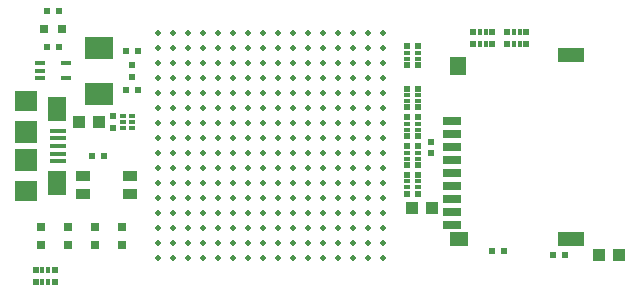
<source format=gbr>
G04 #@! TF.GenerationSoftware,KiCad,Pcbnew,(2017-08-02 revision 9760937)-master*
G04 #@! TF.CreationDate,2017-08-15T11:40:40-05:00*
G04 #@! TF.ProjectId,PocketBeagle,506F636B6574426561676C652E6B6963,rev?*
G04 #@! TF.SameCoordinates,Original*
G04 #@! TF.FileFunction,Paste,Top*
G04 #@! TF.FilePolarity,Positive*
%FSLAX46Y46*%
G04 Gerber Fmt 4.6, Leading zero omitted, Abs format (unit mm)*
G04 Created by KiCad (PCBNEW (2017-08-02 revision 9760937)-master) date Tue Aug 15 11:40:40 2017*
%MOMM*%
%LPD*%
G01*
G04 APERTURE LIST*
%ADD10R,0.797560X0.797560*%
%ADD11R,1.198880X0.899160*%
%ADD12R,1.399540X1.597660*%
%ADD13R,2.199640X1.198880*%
%ADD14R,1.597660X1.198880*%
%ADD15R,1.597660X0.698500*%
%ADD16R,0.497840X0.497840*%
%ADD17R,0.497840X0.299720*%
%ADD18R,0.299720X0.497840*%
%ADD19R,0.487680X0.299720*%
%ADD20R,0.518160X0.299720*%
%ADD21R,2.397760X1.899920*%
%ADD22R,1.348740X0.398780*%
%ADD23R,1.597660X2.098040*%
%ADD24R,1.899920X1.798320*%
%ADD25R,1.899920X1.899920*%
%ADD26R,0.899160X0.398780*%
%ADD27C,0.497840*%
%ADD28R,0.497840X0.599440*%
%ADD29R,0.599440X0.497840*%
%ADD30R,0.998220X1.099820*%
G04 APERTURE END LIST*
D10*
X125433400Y-95071600D03*
X123934800Y-95071600D03*
X123668100Y-113346900D03*
X123668100Y-111848300D03*
X125954100Y-113346900D03*
X125954100Y-111848300D03*
X128240100Y-113346900D03*
X128240100Y-111848300D03*
X130526100Y-113346900D03*
X130526100Y-111848300D03*
D11*
X131255080Y-109028900D03*
X127257120Y-109028900D03*
X131255080Y-107530300D03*
X127257120Y-107530300D03*
D12*
X158962540Y-98240120D03*
D13*
X168563740Y-97338420D03*
X168563740Y-112837500D03*
D14*
X159064140Y-112847660D03*
D15*
X158464700Y-111686880D03*
X158464700Y-110587060D03*
X158464700Y-109487240D03*
X158464700Y-108387420D03*
X158464700Y-107287600D03*
X158464700Y-106187780D03*
X158464700Y-105087960D03*
X158464700Y-103988140D03*
X158464700Y-102888320D03*
D16*
X155636540Y-96557500D03*
D17*
X155636540Y-97108680D03*
X155636540Y-97606520D03*
D16*
X155636540Y-98157700D03*
X154640860Y-98157700D03*
D17*
X154640860Y-97606520D03*
X154640860Y-97108680D03*
D16*
X154640860Y-96557500D03*
X124849200Y-116524440D03*
D18*
X124298020Y-116524440D03*
X123800180Y-116524440D03*
D16*
X123249000Y-116524440D03*
X123249000Y-115528760D03*
D18*
X123800180Y-115528760D03*
X124298020Y-115528760D03*
D16*
X124849200Y-115528760D03*
X155636540Y-105015700D03*
D17*
X155636540Y-105566880D03*
X155636540Y-106064720D03*
D16*
X155636540Y-106615900D03*
X154640860Y-106615900D03*
D17*
X154640860Y-106064720D03*
X154640860Y-105566880D03*
D16*
X154640860Y-105015700D03*
X155636540Y-102577300D03*
D17*
X155636540Y-103128480D03*
X155636540Y-103626320D03*
D16*
X155636540Y-104177500D03*
X154640860Y-104177500D03*
D17*
X154640860Y-103626320D03*
X154640860Y-103128480D03*
D16*
X154640860Y-102577300D03*
X155636540Y-100138900D03*
D17*
X155636540Y-100690080D03*
X155636540Y-101187920D03*
D16*
X155636540Y-101739100D03*
X154640860Y-101739100D03*
D17*
X154640860Y-101187920D03*
X154640860Y-100690080D03*
D16*
X154640860Y-100138900D03*
X160282200Y-95335760D03*
D18*
X160833380Y-95335760D03*
X161331220Y-95335760D03*
D16*
X161882400Y-95335760D03*
X161882400Y-96331440D03*
D18*
X161331220Y-96331440D03*
X160833380Y-96331440D03*
D16*
X160282200Y-96331440D03*
X164778000Y-96331440D03*
D18*
X164226820Y-96331440D03*
X163728980Y-96331440D03*
D16*
X163177800Y-96331440D03*
X163177800Y-95335760D03*
D18*
X163728980Y-95335760D03*
X164226820Y-95335760D03*
D16*
X164778000Y-95335760D03*
X154640860Y-109054300D03*
D17*
X154640860Y-108503120D03*
X154640860Y-108005280D03*
D16*
X154640860Y-107454100D03*
X155636540Y-107454100D03*
D17*
X155636540Y-108005280D03*
X155636540Y-108503120D03*
D16*
X155636540Y-109054300D03*
D19*
X130660720Y-103443440D03*
X130660720Y-102945600D03*
X130660720Y-102447760D03*
X131407480Y-102447760D03*
X131407480Y-102945600D03*
D20*
X131412560Y-103443440D03*
D21*
X128621100Y-96679420D03*
X128621100Y-100575780D03*
D22*
X125125720Y-103705660D03*
X125125720Y-105651300D03*
X125125720Y-106301540D03*
X125125720Y-104355900D03*
X125125720Y-105003600D03*
D23*
X124998720Y-101904800D03*
X124998720Y-108102400D03*
D24*
X122451100Y-108803440D03*
D25*
X122451100Y-106202480D03*
X122451100Y-103804720D03*
D24*
X122451100Y-101203760D03*
D26*
X125783920Y-97979900D03*
X125783920Y-99275300D03*
X123584280Y-99275300D03*
X123584280Y-98627600D03*
X123584280Y-97979900D03*
D27*
X133576640Y-95455140D03*
X134846640Y-95455140D03*
X136116640Y-95455140D03*
X137386640Y-95455140D03*
X138656640Y-95455140D03*
X139926640Y-95455140D03*
X141196640Y-95455140D03*
X142466640Y-95455140D03*
X143734100Y-95455140D03*
X145004100Y-95455140D03*
X146274100Y-95455140D03*
X147544100Y-95455140D03*
X148814100Y-95455140D03*
X150084100Y-95455140D03*
X151354100Y-95455140D03*
X152624100Y-95455140D03*
X133576640Y-96725140D03*
X134846640Y-96725140D03*
X136116640Y-96725140D03*
X137386640Y-96725140D03*
X138656640Y-96725140D03*
X139926640Y-96725140D03*
X141196640Y-96725140D03*
X142466640Y-96725140D03*
X143734100Y-96725140D03*
X145004100Y-96725140D03*
X146274100Y-96725140D03*
X147544100Y-96725140D03*
X148814100Y-96725140D03*
X150084100Y-96725140D03*
X151354100Y-96725140D03*
X152624100Y-96725140D03*
X133576640Y-97995140D03*
X134846640Y-97995140D03*
X136116640Y-97995140D03*
X137386640Y-97995140D03*
X138656640Y-97995140D03*
X139926640Y-97995140D03*
X141196640Y-97995140D03*
X142466640Y-97995140D03*
X143734100Y-97995140D03*
X145004100Y-97995140D03*
X146274100Y-97995140D03*
X147544100Y-97995140D03*
X148814100Y-97995140D03*
X150084100Y-97995140D03*
X151354100Y-97995140D03*
X152624100Y-97995140D03*
X133576640Y-99265140D03*
X134846640Y-99265140D03*
X136116640Y-99265140D03*
X137386640Y-99265140D03*
X138656640Y-99265140D03*
X139926640Y-99265140D03*
X141196640Y-99265140D03*
X142466640Y-99265140D03*
X143734100Y-99265140D03*
X145004100Y-99265140D03*
X146274100Y-99265140D03*
X147544100Y-99265140D03*
X148814100Y-99265140D03*
X150084100Y-99265140D03*
X151354100Y-99265140D03*
X152624100Y-99265140D03*
X133576640Y-100535140D03*
X134846640Y-100535140D03*
X136116640Y-100535140D03*
X137386640Y-100535140D03*
X138656640Y-100535140D03*
X139926640Y-100535140D03*
X141196640Y-100535140D03*
X142466640Y-100535140D03*
X143734100Y-100535140D03*
X145004100Y-100535140D03*
X146274100Y-100535140D03*
X147544100Y-100535140D03*
X148814100Y-100535140D03*
X150084100Y-100535140D03*
X151354100Y-100535140D03*
X152624100Y-100535140D03*
X133576640Y-101805140D03*
X134846640Y-101805140D03*
X136116640Y-101805140D03*
X137386640Y-101805140D03*
X138656640Y-101805140D03*
X139926640Y-101805140D03*
X141196640Y-101805140D03*
X142466640Y-101805140D03*
X143734100Y-101805140D03*
X145004100Y-101805140D03*
X146274100Y-101805140D03*
X147544100Y-101805140D03*
X148814100Y-101805140D03*
X150084100Y-101805140D03*
X151354100Y-101805140D03*
X152624100Y-101805140D03*
X133576640Y-103075140D03*
X134846640Y-103075140D03*
X136116640Y-103075140D03*
X137386640Y-103075140D03*
X138656640Y-103075140D03*
X139926640Y-103075140D03*
X141196640Y-103075140D03*
X142466640Y-103075140D03*
X143734100Y-103075140D03*
X145004100Y-103075140D03*
X146274100Y-103075140D03*
X147544100Y-103075140D03*
X148814100Y-103075140D03*
X150084100Y-103075140D03*
X151354100Y-103075140D03*
X152624100Y-103075140D03*
X133576640Y-104345140D03*
X134846640Y-104345140D03*
X136116640Y-104345140D03*
X137386640Y-104345140D03*
X138656640Y-104345140D03*
X139926640Y-104345140D03*
X141196640Y-104345140D03*
X142466640Y-104345140D03*
X143734100Y-104345140D03*
X145004100Y-104345140D03*
X146274100Y-104345140D03*
X147544100Y-104345140D03*
X148814100Y-104345140D03*
X150084100Y-104345140D03*
X151354100Y-104345140D03*
X152624100Y-104345140D03*
X133576640Y-105612600D03*
X134846640Y-105612600D03*
X136116640Y-105612600D03*
X137386640Y-105612600D03*
X138656640Y-105612600D03*
X139926640Y-105612600D03*
X141196640Y-105612600D03*
X142466640Y-105612600D03*
X143734100Y-105612600D03*
X145004100Y-105612600D03*
X146274100Y-105612600D03*
X147544100Y-105612600D03*
X148814100Y-105612600D03*
X150084100Y-105612600D03*
X151354100Y-105612600D03*
X152624100Y-105612600D03*
X133576640Y-106882600D03*
X134846640Y-106882600D03*
X136116640Y-106882600D03*
X137386640Y-106882600D03*
X138656640Y-106882600D03*
X139926640Y-106882600D03*
X141196640Y-106882600D03*
X142466640Y-106882600D03*
X143734100Y-106882600D03*
X145004100Y-106882600D03*
X146274100Y-106882600D03*
X147544100Y-106882600D03*
X148814100Y-106882600D03*
X150084100Y-106882600D03*
X151354100Y-106882600D03*
X152624100Y-106882600D03*
X133576640Y-108152600D03*
X134846640Y-108152600D03*
X136116640Y-108152600D03*
X137386640Y-108152600D03*
X138656640Y-108152600D03*
X139926640Y-108152600D03*
X141196640Y-108152600D03*
X142466640Y-108152600D03*
X143734100Y-108152600D03*
X145004100Y-108152600D03*
X146274100Y-108152600D03*
X147544100Y-108152600D03*
X148814100Y-108152600D03*
X150084100Y-108152600D03*
X151354100Y-108152600D03*
X152624100Y-108152600D03*
X133576640Y-109422600D03*
X134846640Y-109422600D03*
X136116640Y-109422600D03*
X137386640Y-109422600D03*
X138656640Y-109422600D03*
X139926640Y-109422600D03*
X141196640Y-109422600D03*
X142466640Y-109422600D03*
X143734100Y-109422600D03*
X145004100Y-109422600D03*
X146274100Y-109422600D03*
X147544100Y-109422600D03*
X148814100Y-109422600D03*
X150084100Y-109422600D03*
X151354100Y-109422600D03*
X152624100Y-109422600D03*
X133576640Y-110692600D03*
X134846640Y-110692600D03*
X136116640Y-110692600D03*
X137386640Y-110692600D03*
X138656640Y-110692600D03*
X139926640Y-110692600D03*
X141196640Y-110692600D03*
X142466640Y-110692600D03*
X143734100Y-110692600D03*
X145004100Y-110692600D03*
X146274100Y-110692600D03*
X147544100Y-110692600D03*
X148814100Y-110692600D03*
X150084100Y-110692600D03*
X151354100Y-110692600D03*
X152624100Y-110692600D03*
X133576640Y-111962600D03*
X134846640Y-111962600D03*
X136116640Y-111962600D03*
X137386640Y-111962600D03*
X138656640Y-111962600D03*
X139926640Y-111962600D03*
X141196640Y-111962600D03*
X142466640Y-111962600D03*
X143734100Y-111962600D03*
X145004100Y-111962600D03*
X146274100Y-111962600D03*
X147544100Y-111962600D03*
X148814100Y-111962600D03*
X150084100Y-111962600D03*
X151354100Y-111962600D03*
X152624100Y-111962600D03*
X133576640Y-113232600D03*
X134846640Y-113232600D03*
X136116640Y-113232600D03*
X137386640Y-113232600D03*
X138656640Y-113232600D03*
X139926640Y-113232600D03*
X141196640Y-113232600D03*
X142466640Y-113232600D03*
X143734100Y-113232600D03*
X145004100Y-113232600D03*
X146274100Y-113232600D03*
X147544100Y-113232600D03*
X148814100Y-113232600D03*
X150084100Y-113232600D03*
X151354100Y-113232600D03*
X152624100Y-113232600D03*
X133576640Y-114502600D03*
X134846640Y-114502600D03*
X136116640Y-114502600D03*
X137386640Y-114502600D03*
X138656640Y-114502600D03*
X139926640Y-114502600D03*
X141196640Y-114502600D03*
X142466640Y-114502600D03*
X143734100Y-114502600D03*
X145004100Y-114502600D03*
X146274100Y-114502600D03*
X147544100Y-114502600D03*
X148814100Y-114502600D03*
X150084100Y-114502600D03*
X151354100Y-114502600D03*
X152624100Y-114502600D03*
D28*
X130917260Y-100278600D03*
X131912940Y-100278600D03*
D29*
X156738900Y-104632160D03*
X156738900Y-105627840D03*
D30*
X155052340Y-110235400D03*
X156749060Y-110235400D03*
D28*
X128991940Y-105866600D03*
X127996260Y-105866600D03*
X130917260Y-96976600D03*
X131912940Y-96976600D03*
D29*
X131415100Y-98129760D03*
X131415100Y-99125440D03*
D30*
X128580460Y-102945600D03*
X126883740Y-102945600D03*
D29*
X129764100Y-102447760D03*
X129764100Y-103443440D03*
D28*
X125181940Y-93547600D03*
X124186260Y-93547600D03*
X124186260Y-96595600D03*
X125181940Y-96595600D03*
D30*
X170901940Y-114197800D03*
X172598660Y-114197800D03*
D28*
X168057140Y-114197800D03*
X167061460Y-114197800D03*
X161879860Y-113893000D03*
X162875540Y-113893000D03*
M02*

</source>
